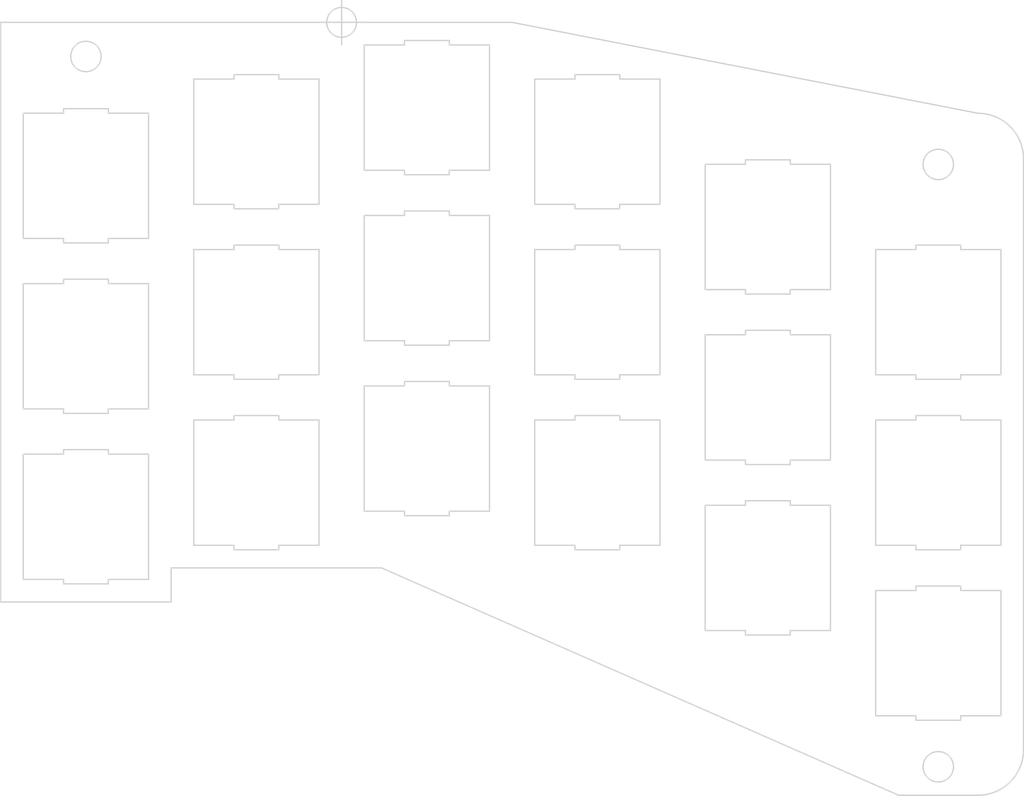
<source format=kicad_pcb>
(kicad_pcb (version 20171130) (host pcbnew 5.0.2-bee76a0~70~ubuntu18.04.1)

  (general
    (thickness 1.6)
    (drawings 18)
    (tracks 0)
    (zones 0)
    (modules 18)
    (nets 1)
  )

  (page A4)
  (layers
    (0 F.Cu signal)
    (31 B.Cu signal)
    (32 B.Adhes user)
    (33 F.Adhes user)
    (34 B.Paste user)
    (35 F.Paste user)
    (36 B.SilkS user)
    (37 F.SilkS user)
    (38 B.Mask user)
    (39 F.Mask user hide)
    (40 Dwgs.User user hide)
    (41 Cmts.User user)
    (42 Eco1.User user)
    (43 Eco2.User user)
    (44 Edge.Cuts user)
    (45 Margin user)
    (46 B.CrtYd user)
    (47 F.CrtYd user)
    (48 B.Fab user)
    (49 F.Fab user)
  )

  (setup
    (last_trace_width 0.25)
    (trace_clearance 0.2)
    (zone_clearance 0.508)
    (zone_45_only no)
    (trace_min 0.2)
    (segment_width 0.2)
    (edge_width 0.15)
    (via_size 0.8)
    (via_drill 0.4)
    (via_min_size 0.4)
    (via_min_drill 0.3)
    (uvia_size 0.3)
    (uvia_drill 0.1)
    (uvias_allowed no)
    (uvia_min_size 0.2)
    (uvia_min_drill 0.1)
    (pcb_text_width 0.3)
    (pcb_text_size 1.5 1.5)
    (mod_edge_width 0.15)
    (mod_text_size 1 1)
    (mod_text_width 0.15)
    (pad_size 3.5 3.5)
    (pad_drill 3.4)
    (pad_to_mask_clearance 0.051)
    (solder_mask_min_width 0.25)
    (aux_axis_origin 0 0)
    (grid_origin 135.255 20.955)
    (visible_elements FFFFFFFF)
    (pcbplotparams
      (layerselection 0x01088_7fffffff)
      (usegerberextensions true)
      (usegerberattributes false)
      (usegerberadvancedattributes false)
      (creategerberjobfile false)
      (excludeedgelayer true)
      (linewidth 0.100000)
      (plotframeref false)
      (viasonmask false)
      (mode 1)
      (useauxorigin false)
      (hpglpennumber 1)
      (hpglpenspeed 20)
      (hpglpendiameter 15.000000)
      (psnegative false)
      (psa4output false)
      (plotreference true)
      (plotvalue true)
      (plotinvisibletext false)
      (padsonsilk false)
      (subtractmaskfromsilk false)
      (outputformat 1)
      (mirror false)
      (drillshape 0)
      (scaleselection 1)
      (outputdirectory ""))
  )

  (net 0 "")

  (net_class Default "これはデフォルトのネット クラスです。"
    (clearance 0.2)
    (trace_width 0.25)
    (via_dia 0.8)
    (via_drill 0.4)
    (uvia_dia 0.3)
    (uvia_drill 0.1)
  )

  (net_class POWER ""
    (clearance 0.2)
    (trace_width 0.4)
    (via_dia 0.8)
    (via_drill 0.4)
    (uvia_dia 0.3)
    (uvia_drill 0.1)
  )

  (module footprints:CherryMX_edge_cut_for_mid (layer F.Cu) (tedit 5CFFDC8D) (tstamp 5CED8C90)
    (at 106.68 38.1 180)
    (path /5CED6234)
    (fp_text reference SW1 (at 7.1 8.2 180) (layer F.SilkS) hide
      (effects (font (size 1 1) (thickness 0.15)))
    )
    (fp_text value SW_PUSH (at -4.8 8.3 180) (layer F.Fab) hide
      (effects (font (size 1 1) (thickness 0.15)))
    )
    (fp_line (start -2.511429 7.5) (end -2.511429 7) (layer Edge.Cuts) (width 0.15))
    (fp_line (start 6.988571 7) (end 2.488571 7) (layer Edge.Cuts) (width 0.15))
    (fp_line (start 2.5 7.5) (end 2.5 7) (layer Edge.Cuts) (width 0.15))
    (fp_line (start 2.488571 7.5) (end -2.511429 7.5) (layer Edge.Cuts) (width 0.15))
    (fp_line (start -2.511429 7) (end -7.011429 7) (layer Edge.Cuts) (width 0.15))
    (fp_line (start 2.5 -7.5) (end 2.5 -7) (layer Edge.Cuts) (width 0.15))
    (fp_line (start -2.5 -7.5) (end -2.5 -7) (layer Edge.Cuts) (width 0.15))
    (fp_line (start -2.5 -7.5) (end 2.5 -7.5) (layer Edge.Cuts) (width 0.15))
    (fp_line (start 2.5 -7) (end 7 -7) (layer Edge.Cuts) (width 0.15))
    (fp_line (start 7 -7) (end 7 7) (layer Edge.Cuts) (width 0.15))
    (fp_line (start -7 -7) (end -2.5 -7) (layer Edge.Cuts) (width 0.15))
    (fp_line (start -7 -7) (end -7 7) (layer Edge.Cuts) (width 0.15))
    (fp_line (start -9.525 9.525) (end -9.525 -9.525) (layer Dwgs.User) (width 0.15))
    (fp_line (start 9.525 9.525) (end -9.525 9.525) (layer Dwgs.User) (width 0.15))
    (fp_line (start 9.525 -9.525) (end 9.525 9.525) (layer Dwgs.User) (width 0.15))
    (fp_line (start -9.525 -9.525) (end 9.525 -9.525) (layer Dwgs.User) (width 0.15))
  )

  (module footprints:CherryMX_edge_cut_for_mid (layer F.Cu) (tedit 5CFFDC8D) (tstamp 5CED8CDD)
    (at 125.73 34.29 180)
    (path /5CED6AF0)
    (fp_text reference SW2 (at 7.1 8.2 180) (layer F.SilkS) hide
      (effects (font (size 1 1) (thickness 0.15)))
    )
    (fp_text value SW_PUSH (at -4.8 8.3 180) (layer F.Fab) hide
      (effects (font (size 1 1) (thickness 0.15)))
    )
    (fp_line (start -2.511429 7.5) (end -2.511429 7) (layer Edge.Cuts) (width 0.15))
    (fp_line (start 6.988571 7) (end 2.488571 7) (layer Edge.Cuts) (width 0.15))
    (fp_line (start 2.5 7.5) (end 2.5 7) (layer Edge.Cuts) (width 0.15))
    (fp_line (start 2.488571 7.5) (end -2.511429 7.5) (layer Edge.Cuts) (width 0.15))
    (fp_line (start -2.511429 7) (end -7.011429 7) (layer Edge.Cuts) (width 0.15))
    (fp_line (start 2.5 -7.5) (end 2.5 -7) (layer Edge.Cuts) (width 0.15))
    (fp_line (start -2.5 -7.5) (end -2.5 -7) (layer Edge.Cuts) (width 0.15))
    (fp_line (start -2.5 -7.5) (end 2.5 -7.5) (layer Edge.Cuts) (width 0.15))
    (fp_line (start 2.5 -7) (end 7 -7) (layer Edge.Cuts) (width 0.15))
    (fp_line (start 7 -7) (end 7 7) (layer Edge.Cuts) (width 0.15))
    (fp_line (start -7 -7) (end -2.5 -7) (layer Edge.Cuts) (width 0.15))
    (fp_line (start -7 -7) (end -7 7) (layer Edge.Cuts) (width 0.15))
    (fp_line (start -9.525 9.525) (end -9.525 -9.525) (layer Dwgs.User) (width 0.15))
    (fp_line (start 9.525 9.525) (end -9.525 9.525) (layer Dwgs.User) (width 0.15))
    (fp_line (start 9.525 -9.525) (end 9.525 9.525) (layer Dwgs.User) (width 0.15))
    (fp_line (start -9.525 -9.525) (end 9.525 -9.525) (layer Dwgs.User) (width 0.15))
  )

  (module footprints:CherryMX_edge_cut_for_mid (layer F.Cu) (tedit 5CFFDC8D) (tstamp 5CED8D2A)
    (at 144.78 30.48 180)
    (path /5CED70A8)
    (fp_text reference SW3 (at 7.1 8.2 180) (layer F.SilkS) hide
      (effects (font (size 1 1) (thickness 0.15)))
    )
    (fp_text value SW_PUSH (at -4.8 8.3 180) (layer F.Fab) hide
      (effects (font (size 1 1) (thickness 0.15)))
    )
    (fp_line (start -2.511429 7.5) (end -2.511429 7) (layer Edge.Cuts) (width 0.15))
    (fp_line (start 6.988571 7) (end 2.488571 7) (layer Edge.Cuts) (width 0.15))
    (fp_line (start 2.5 7.5) (end 2.5 7) (layer Edge.Cuts) (width 0.15))
    (fp_line (start 2.488571 7.5) (end -2.511429 7.5) (layer Edge.Cuts) (width 0.15))
    (fp_line (start -2.511429 7) (end -7.011429 7) (layer Edge.Cuts) (width 0.15))
    (fp_line (start 2.5 -7.5) (end 2.5 -7) (layer Edge.Cuts) (width 0.15))
    (fp_line (start -2.5 -7.5) (end -2.5 -7) (layer Edge.Cuts) (width 0.15))
    (fp_line (start -2.5 -7.5) (end 2.5 -7.5) (layer Edge.Cuts) (width 0.15))
    (fp_line (start 2.5 -7) (end 7 -7) (layer Edge.Cuts) (width 0.15))
    (fp_line (start 7 -7) (end 7 7) (layer Edge.Cuts) (width 0.15))
    (fp_line (start -7 -7) (end -2.5 -7) (layer Edge.Cuts) (width 0.15))
    (fp_line (start -7 -7) (end -7 7) (layer Edge.Cuts) (width 0.15))
    (fp_line (start -9.525 9.525) (end -9.525 -9.525) (layer Dwgs.User) (width 0.15))
    (fp_line (start 9.525 9.525) (end -9.525 9.525) (layer Dwgs.User) (width 0.15))
    (fp_line (start 9.525 -9.525) (end 9.525 9.525) (layer Dwgs.User) (width 0.15))
    (fp_line (start -9.525 -9.525) (end 9.525 -9.525) (layer Dwgs.User) (width 0.15))
  )

  (module footprints:CherryMX_edge_cut_for_mid (layer F.Cu) (tedit 5CFFDC8D) (tstamp 5CED8D77)
    (at 163.83 34.29 180)
    (path /5CED7BC6)
    (fp_text reference SW4 (at 7.1 8.2 180) (layer F.SilkS) hide
      (effects (font (size 1 1) (thickness 0.15)))
    )
    (fp_text value SW_PUSH (at -4.8 8.3 180) (layer F.Fab) hide
      (effects (font (size 1 1) (thickness 0.15)))
    )
    (fp_line (start -2.511429 7.5) (end -2.511429 7) (layer Edge.Cuts) (width 0.15))
    (fp_line (start 6.988571 7) (end 2.488571 7) (layer Edge.Cuts) (width 0.15))
    (fp_line (start 2.5 7.5) (end 2.5 7) (layer Edge.Cuts) (width 0.15))
    (fp_line (start 2.488571 7.5) (end -2.511429 7.5) (layer Edge.Cuts) (width 0.15))
    (fp_line (start -2.511429 7) (end -7.011429 7) (layer Edge.Cuts) (width 0.15))
    (fp_line (start 2.5 -7.5) (end 2.5 -7) (layer Edge.Cuts) (width 0.15))
    (fp_line (start -2.5 -7.5) (end -2.5 -7) (layer Edge.Cuts) (width 0.15))
    (fp_line (start -2.5 -7.5) (end 2.5 -7.5) (layer Edge.Cuts) (width 0.15))
    (fp_line (start 2.5 -7) (end 7 -7) (layer Edge.Cuts) (width 0.15))
    (fp_line (start 7 -7) (end 7 7) (layer Edge.Cuts) (width 0.15))
    (fp_line (start -7 -7) (end -2.5 -7) (layer Edge.Cuts) (width 0.15))
    (fp_line (start -7 -7) (end -7 7) (layer Edge.Cuts) (width 0.15))
    (fp_line (start -9.525 9.525) (end -9.525 -9.525) (layer Dwgs.User) (width 0.15))
    (fp_line (start 9.525 9.525) (end -9.525 9.525) (layer Dwgs.User) (width 0.15))
    (fp_line (start 9.525 -9.525) (end 9.525 9.525) (layer Dwgs.User) (width 0.15))
    (fp_line (start -9.525 -9.525) (end 9.525 -9.525) (layer Dwgs.User) (width 0.15))
  )

  (module footprints:CherryMX_edge_cut_for_mid (layer F.Cu) (tedit 5CFFDC8D) (tstamp 5CED8DC4)
    (at 182.88 43.815 180)
    (path /5CED7BFE)
    (fp_text reference SW5 (at 7.1 8.2 180) (layer F.SilkS) hide
      (effects (font (size 1 1) (thickness 0.15)))
    )
    (fp_text value SW_PUSH (at -4.8 8.3 180) (layer F.Fab) hide
      (effects (font (size 1 1) (thickness 0.15)))
    )
    (fp_line (start -2.511429 7.5) (end -2.511429 7) (layer Edge.Cuts) (width 0.15))
    (fp_line (start 6.988571 7) (end 2.488571 7) (layer Edge.Cuts) (width 0.15))
    (fp_line (start 2.5 7.5) (end 2.5 7) (layer Edge.Cuts) (width 0.15))
    (fp_line (start 2.488571 7.5) (end -2.511429 7.5) (layer Edge.Cuts) (width 0.15))
    (fp_line (start -2.511429 7) (end -7.011429 7) (layer Edge.Cuts) (width 0.15))
    (fp_line (start 2.5 -7.5) (end 2.5 -7) (layer Edge.Cuts) (width 0.15))
    (fp_line (start -2.5 -7.5) (end -2.5 -7) (layer Edge.Cuts) (width 0.15))
    (fp_line (start -2.5 -7.5) (end 2.5 -7.5) (layer Edge.Cuts) (width 0.15))
    (fp_line (start 2.5 -7) (end 7 -7) (layer Edge.Cuts) (width 0.15))
    (fp_line (start 7 -7) (end 7 7) (layer Edge.Cuts) (width 0.15))
    (fp_line (start -7 -7) (end -2.5 -7) (layer Edge.Cuts) (width 0.15))
    (fp_line (start -7 -7) (end -7 7) (layer Edge.Cuts) (width 0.15))
    (fp_line (start -9.525 9.525) (end -9.525 -9.525) (layer Dwgs.User) (width 0.15))
    (fp_line (start 9.525 9.525) (end -9.525 9.525) (layer Dwgs.User) (width 0.15))
    (fp_line (start 9.525 -9.525) (end 9.525 9.525) (layer Dwgs.User) (width 0.15))
    (fp_line (start -9.525 -9.525) (end 9.525 -9.525) (layer Dwgs.User) (width 0.15))
  )

  (module footprints:CherryMX_edge_cut_for_mid (layer F.Cu) (tedit 5CFFDC8D) (tstamp 5CED8E11)
    (at 201.93 53.34 180)
    (path /5CED7C36)
    (fp_text reference SW6 (at 7.1 8.2 180) (layer F.SilkS) hide
      (effects (font (size 1 1) (thickness 0.15)))
    )
    (fp_text value SW_PUSH (at -4.8 8.3 180) (layer F.Fab) hide
      (effects (font (size 1 1) (thickness 0.15)))
    )
    (fp_line (start -2.511429 7.5) (end -2.511429 7) (layer Edge.Cuts) (width 0.15))
    (fp_line (start 6.988571 7) (end 2.488571 7) (layer Edge.Cuts) (width 0.15))
    (fp_line (start 2.5 7.5) (end 2.5 7) (layer Edge.Cuts) (width 0.15))
    (fp_line (start 2.488571 7.5) (end -2.511429 7.5) (layer Edge.Cuts) (width 0.15))
    (fp_line (start -2.511429 7) (end -7.011429 7) (layer Edge.Cuts) (width 0.15))
    (fp_line (start 2.5 -7.5) (end 2.5 -7) (layer Edge.Cuts) (width 0.15))
    (fp_line (start -2.5 -7.5) (end -2.5 -7) (layer Edge.Cuts) (width 0.15))
    (fp_line (start -2.5 -7.5) (end 2.5 -7.5) (layer Edge.Cuts) (width 0.15))
    (fp_line (start 2.5 -7) (end 7 -7) (layer Edge.Cuts) (width 0.15))
    (fp_line (start 7 -7) (end 7 7) (layer Edge.Cuts) (width 0.15))
    (fp_line (start -7 -7) (end -2.5 -7) (layer Edge.Cuts) (width 0.15))
    (fp_line (start -7 -7) (end -7 7) (layer Edge.Cuts) (width 0.15))
    (fp_line (start -9.525 9.525) (end -9.525 -9.525) (layer Dwgs.User) (width 0.15))
    (fp_line (start 9.525 9.525) (end -9.525 9.525) (layer Dwgs.User) (width 0.15))
    (fp_line (start 9.525 -9.525) (end 9.525 9.525) (layer Dwgs.User) (width 0.15))
    (fp_line (start -9.525 -9.525) (end 9.525 -9.525) (layer Dwgs.User) (width 0.15))
  )

  (module footprints:CherryMX_edge_cut_for_mid (layer F.Cu) (tedit 5CFFDC8D) (tstamp 5CED8E5E)
    (at 106.68 57.15 180)
    (path /5CED63E7)
    (fp_text reference SW7 (at 7.1 8.2 180) (layer F.SilkS) hide
      (effects (font (size 1 1) (thickness 0.15)))
    )
    (fp_text value SW_PUSH (at -4.8 8.3 180) (layer F.Fab) hide
      (effects (font (size 1 1) (thickness 0.15)))
    )
    (fp_line (start -2.511429 7.5) (end -2.511429 7) (layer Edge.Cuts) (width 0.15))
    (fp_line (start 6.988571 7) (end 2.488571 7) (layer Edge.Cuts) (width 0.15))
    (fp_line (start 2.5 7.5) (end 2.5 7) (layer Edge.Cuts) (width 0.15))
    (fp_line (start 2.488571 7.5) (end -2.511429 7.5) (layer Edge.Cuts) (width 0.15))
    (fp_line (start -2.511429 7) (end -7.011429 7) (layer Edge.Cuts) (width 0.15))
    (fp_line (start 2.5 -7.5) (end 2.5 -7) (layer Edge.Cuts) (width 0.15))
    (fp_line (start -2.5 -7.5) (end -2.5 -7) (layer Edge.Cuts) (width 0.15))
    (fp_line (start -2.5 -7.5) (end 2.5 -7.5) (layer Edge.Cuts) (width 0.15))
    (fp_line (start 2.5 -7) (end 7 -7) (layer Edge.Cuts) (width 0.15))
    (fp_line (start 7 -7) (end 7 7) (layer Edge.Cuts) (width 0.15))
    (fp_line (start -7 -7) (end -2.5 -7) (layer Edge.Cuts) (width 0.15))
    (fp_line (start -7 -7) (end -7 7) (layer Edge.Cuts) (width 0.15))
    (fp_line (start -9.525 9.525) (end -9.525 -9.525) (layer Dwgs.User) (width 0.15))
    (fp_line (start 9.525 9.525) (end -9.525 9.525) (layer Dwgs.User) (width 0.15))
    (fp_line (start 9.525 -9.525) (end 9.525 9.525) (layer Dwgs.User) (width 0.15))
    (fp_line (start -9.525 -9.525) (end 9.525 -9.525) (layer Dwgs.User) (width 0.15))
  )

  (module footprints:CherryMX_edge_cut_for_mid (layer F.Cu) (tedit 5CFFDC8D) (tstamp 5CED8EAB)
    (at 125.73 53.34 180)
    (path /5CED6AFE)
    (fp_text reference SW8 (at 7.1 8.2 180) (layer F.SilkS) hide
      (effects (font (size 1 1) (thickness 0.15)))
    )
    (fp_text value SW_PUSH (at -4.8 8.3 180) (layer F.Fab) hide
      (effects (font (size 1 1) (thickness 0.15)))
    )
    (fp_line (start -2.511429 7.5) (end -2.511429 7) (layer Edge.Cuts) (width 0.15))
    (fp_line (start 6.988571 7) (end 2.488571 7) (layer Edge.Cuts) (width 0.15))
    (fp_line (start 2.5 7.5) (end 2.5 7) (layer Edge.Cuts) (width 0.15))
    (fp_line (start 2.488571 7.5) (end -2.511429 7.5) (layer Edge.Cuts) (width 0.15))
    (fp_line (start -2.511429 7) (end -7.011429 7) (layer Edge.Cuts) (width 0.15))
    (fp_line (start 2.5 -7.5) (end 2.5 -7) (layer Edge.Cuts) (width 0.15))
    (fp_line (start -2.5 -7.5) (end -2.5 -7) (layer Edge.Cuts) (width 0.15))
    (fp_line (start -2.5 -7.5) (end 2.5 -7.5) (layer Edge.Cuts) (width 0.15))
    (fp_line (start 2.5 -7) (end 7 -7) (layer Edge.Cuts) (width 0.15))
    (fp_line (start 7 -7) (end 7 7) (layer Edge.Cuts) (width 0.15))
    (fp_line (start -7 -7) (end -2.5 -7) (layer Edge.Cuts) (width 0.15))
    (fp_line (start -7 -7) (end -7 7) (layer Edge.Cuts) (width 0.15))
    (fp_line (start -9.525 9.525) (end -9.525 -9.525) (layer Dwgs.User) (width 0.15))
    (fp_line (start 9.525 9.525) (end -9.525 9.525) (layer Dwgs.User) (width 0.15))
    (fp_line (start 9.525 -9.525) (end 9.525 9.525) (layer Dwgs.User) (width 0.15))
    (fp_line (start -9.525 -9.525) (end 9.525 -9.525) (layer Dwgs.User) (width 0.15))
  )

  (module footprints:CherryMX_edge_cut_for_mid (layer F.Cu) (tedit 5CFFDC8D) (tstamp 5CED8EF8)
    (at 144.78 49.53 180)
    (path /5CED70B6)
    (fp_text reference SW9 (at 7.1 8.2 180) (layer F.SilkS) hide
      (effects (font (size 1 1) (thickness 0.15)))
    )
    (fp_text value SW_PUSH (at -4.8 8.3 180) (layer F.Fab) hide
      (effects (font (size 1 1) (thickness 0.15)))
    )
    (fp_line (start -2.511429 7.5) (end -2.511429 7) (layer Edge.Cuts) (width 0.15))
    (fp_line (start 6.988571 7) (end 2.488571 7) (layer Edge.Cuts) (width 0.15))
    (fp_line (start 2.5 7.5) (end 2.5 7) (layer Edge.Cuts) (width 0.15))
    (fp_line (start 2.488571 7.5) (end -2.511429 7.5) (layer Edge.Cuts) (width 0.15))
    (fp_line (start -2.511429 7) (end -7.011429 7) (layer Edge.Cuts) (width 0.15))
    (fp_line (start 2.5 -7.5) (end 2.5 -7) (layer Edge.Cuts) (width 0.15))
    (fp_line (start -2.5 -7.5) (end -2.5 -7) (layer Edge.Cuts) (width 0.15))
    (fp_line (start -2.5 -7.5) (end 2.5 -7.5) (layer Edge.Cuts) (width 0.15))
    (fp_line (start 2.5 -7) (end 7 -7) (layer Edge.Cuts) (width 0.15))
    (fp_line (start 7 -7) (end 7 7) (layer Edge.Cuts) (width 0.15))
    (fp_line (start -7 -7) (end -2.5 -7) (layer Edge.Cuts) (width 0.15))
    (fp_line (start -7 -7) (end -7 7) (layer Edge.Cuts) (width 0.15))
    (fp_line (start -9.525 9.525) (end -9.525 -9.525) (layer Dwgs.User) (width 0.15))
    (fp_line (start 9.525 9.525) (end -9.525 9.525) (layer Dwgs.User) (width 0.15))
    (fp_line (start 9.525 -9.525) (end 9.525 9.525) (layer Dwgs.User) (width 0.15))
    (fp_line (start -9.525 -9.525) (end 9.525 -9.525) (layer Dwgs.User) (width 0.15))
  )

  (module footprints:CherryMX_edge_cut_for_mid (layer F.Cu) (tedit 5CFFDC8D) (tstamp 5CED8F45)
    (at 163.83 53.34 180)
    (path /5CED7BD4)
    (fp_text reference SW10 (at 7.1 8.2 180) (layer F.SilkS) hide
      (effects (font (size 1 1) (thickness 0.15)))
    )
    (fp_text value SW_PUSH (at -4.8 8.3 180) (layer F.Fab) hide
      (effects (font (size 1 1) (thickness 0.15)))
    )
    (fp_line (start -2.511429 7.5) (end -2.511429 7) (layer Edge.Cuts) (width 0.15))
    (fp_line (start 6.988571 7) (end 2.488571 7) (layer Edge.Cuts) (width 0.15))
    (fp_line (start 2.5 7.5) (end 2.5 7) (layer Edge.Cuts) (width 0.15))
    (fp_line (start 2.488571 7.5) (end -2.511429 7.5) (layer Edge.Cuts) (width 0.15))
    (fp_line (start -2.511429 7) (end -7.011429 7) (layer Edge.Cuts) (width 0.15))
    (fp_line (start 2.5 -7.5) (end 2.5 -7) (layer Edge.Cuts) (width 0.15))
    (fp_line (start -2.5 -7.5) (end -2.5 -7) (layer Edge.Cuts) (width 0.15))
    (fp_line (start -2.5 -7.5) (end 2.5 -7.5) (layer Edge.Cuts) (width 0.15))
    (fp_line (start 2.5 -7) (end 7 -7) (layer Edge.Cuts) (width 0.15))
    (fp_line (start 7 -7) (end 7 7) (layer Edge.Cuts) (width 0.15))
    (fp_line (start -7 -7) (end -2.5 -7) (layer Edge.Cuts) (width 0.15))
    (fp_line (start -7 -7) (end -7 7) (layer Edge.Cuts) (width 0.15))
    (fp_line (start -9.525 9.525) (end -9.525 -9.525) (layer Dwgs.User) (width 0.15))
    (fp_line (start 9.525 9.525) (end -9.525 9.525) (layer Dwgs.User) (width 0.15))
    (fp_line (start 9.525 -9.525) (end 9.525 9.525) (layer Dwgs.User) (width 0.15))
    (fp_line (start -9.525 -9.525) (end 9.525 -9.525) (layer Dwgs.User) (width 0.15))
  )

  (module footprints:CherryMX_edge_cut_for_mid (layer F.Cu) (tedit 5CFFDC8D) (tstamp 5CED8F92)
    (at 182.88 62.865 180)
    (path /5CED7C0C)
    (fp_text reference SW11 (at 7.1 8.2 180) (layer F.SilkS) hide
      (effects (font (size 1 1) (thickness 0.15)))
    )
    (fp_text value SW_PUSH (at -4.8 8.3 180) (layer F.Fab) hide
      (effects (font (size 1 1) (thickness 0.15)))
    )
    (fp_line (start -2.511429 7.5) (end -2.511429 7) (layer Edge.Cuts) (width 0.15))
    (fp_line (start 6.988571 7) (end 2.488571 7) (layer Edge.Cuts) (width 0.15))
    (fp_line (start 2.5 7.5) (end 2.5 7) (layer Edge.Cuts) (width 0.15))
    (fp_line (start 2.488571 7.5) (end -2.511429 7.5) (layer Edge.Cuts) (width 0.15))
    (fp_line (start -2.511429 7) (end -7.011429 7) (layer Edge.Cuts) (width 0.15))
    (fp_line (start 2.5 -7.5) (end 2.5 -7) (layer Edge.Cuts) (width 0.15))
    (fp_line (start -2.5 -7.5) (end -2.5 -7) (layer Edge.Cuts) (width 0.15))
    (fp_line (start -2.5 -7.5) (end 2.5 -7.5) (layer Edge.Cuts) (width 0.15))
    (fp_line (start 2.5 -7) (end 7 -7) (layer Edge.Cuts) (width 0.15))
    (fp_line (start 7 -7) (end 7 7) (layer Edge.Cuts) (width 0.15))
    (fp_line (start -7 -7) (end -2.5 -7) (layer Edge.Cuts) (width 0.15))
    (fp_line (start -7 -7) (end -7 7) (layer Edge.Cuts) (width 0.15))
    (fp_line (start -9.525 9.525) (end -9.525 -9.525) (layer Dwgs.User) (width 0.15))
    (fp_line (start 9.525 9.525) (end -9.525 9.525) (layer Dwgs.User) (width 0.15))
    (fp_line (start 9.525 -9.525) (end 9.525 9.525) (layer Dwgs.User) (width 0.15))
    (fp_line (start -9.525 -9.525) (end 9.525 -9.525) (layer Dwgs.User) (width 0.15))
  )

  (module footprints:CherryMX_edge_cut_for_mid (layer F.Cu) (tedit 5CFFDC8D) (tstamp 5CED8FDF)
    (at 201.93 72.39 180)
    (path /5CED7C44)
    (fp_text reference SW12 (at 7.1 8.2 180) (layer F.SilkS) hide
      (effects (font (size 1 1) (thickness 0.15)))
    )
    (fp_text value SW_PUSH (at -4.8 8.3 180) (layer F.Fab) hide
      (effects (font (size 1 1) (thickness 0.15)))
    )
    (fp_line (start -2.511429 7.5) (end -2.511429 7) (layer Edge.Cuts) (width 0.15))
    (fp_line (start 6.988571 7) (end 2.488571 7) (layer Edge.Cuts) (width 0.15))
    (fp_line (start 2.5 7.5) (end 2.5 7) (layer Edge.Cuts) (width 0.15))
    (fp_line (start 2.488571 7.5) (end -2.511429 7.5) (layer Edge.Cuts) (width 0.15))
    (fp_line (start -2.511429 7) (end -7.011429 7) (layer Edge.Cuts) (width 0.15))
    (fp_line (start 2.5 -7.5) (end 2.5 -7) (layer Edge.Cuts) (width 0.15))
    (fp_line (start -2.5 -7.5) (end -2.5 -7) (layer Edge.Cuts) (width 0.15))
    (fp_line (start -2.5 -7.5) (end 2.5 -7.5) (layer Edge.Cuts) (width 0.15))
    (fp_line (start 2.5 -7) (end 7 -7) (layer Edge.Cuts) (width 0.15))
    (fp_line (start 7 -7) (end 7 7) (layer Edge.Cuts) (width 0.15))
    (fp_line (start -7 -7) (end -2.5 -7) (layer Edge.Cuts) (width 0.15))
    (fp_line (start -7 -7) (end -7 7) (layer Edge.Cuts) (width 0.15))
    (fp_line (start -9.525 9.525) (end -9.525 -9.525) (layer Dwgs.User) (width 0.15))
    (fp_line (start 9.525 9.525) (end -9.525 9.525) (layer Dwgs.User) (width 0.15))
    (fp_line (start 9.525 -9.525) (end 9.525 9.525) (layer Dwgs.User) (width 0.15))
    (fp_line (start -9.525 -9.525) (end 9.525 -9.525) (layer Dwgs.User) (width 0.15))
  )

  (module footprints:CherryMX_edge_cut_for_mid (layer F.Cu) (tedit 5CFFDC8D) (tstamp 5CED9079)
    (at 125.73 72.39 180)
    (path /5CED6B0C)
    (fp_text reference SW14 (at 7.1 8.2 180) (layer F.SilkS) hide
      (effects (font (size 1 1) (thickness 0.15)))
    )
    (fp_text value SW_PUSH (at -4.8 8.3 180) (layer F.Fab) hide
      (effects (font (size 1 1) (thickness 0.15)))
    )
    (fp_line (start -2.511429 7.5) (end -2.511429 7) (layer Edge.Cuts) (width 0.15))
    (fp_line (start 6.988571 7) (end 2.488571 7) (layer Edge.Cuts) (width 0.15))
    (fp_line (start 2.5 7.5) (end 2.5 7) (layer Edge.Cuts) (width 0.15))
    (fp_line (start 2.488571 7.5) (end -2.511429 7.5) (layer Edge.Cuts) (width 0.15))
    (fp_line (start -2.511429 7) (end -7.011429 7) (layer Edge.Cuts) (width 0.15))
    (fp_line (start 2.5 -7.5) (end 2.5 -7) (layer Edge.Cuts) (width 0.15))
    (fp_line (start -2.5 -7.5) (end -2.5 -7) (layer Edge.Cuts) (width 0.15))
    (fp_line (start -2.5 -7.5) (end 2.5 -7.5) (layer Edge.Cuts) (width 0.15))
    (fp_line (start 2.5 -7) (end 7 -7) (layer Edge.Cuts) (width 0.15))
    (fp_line (start 7 -7) (end 7 7) (layer Edge.Cuts) (width 0.15))
    (fp_line (start -7 -7) (end -2.5 -7) (layer Edge.Cuts) (width 0.15))
    (fp_line (start -7 -7) (end -7 7) (layer Edge.Cuts) (width 0.15))
    (fp_line (start -9.525 9.525) (end -9.525 -9.525) (layer Dwgs.User) (width 0.15))
    (fp_line (start 9.525 9.525) (end -9.525 9.525) (layer Dwgs.User) (width 0.15))
    (fp_line (start 9.525 -9.525) (end 9.525 9.525) (layer Dwgs.User) (width 0.15))
    (fp_line (start -9.525 -9.525) (end 9.525 -9.525) (layer Dwgs.User) (width 0.15))
  )

  (module footprints:CherryMX_edge_cut_for_mid (layer F.Cu) (tedit 5CFFDC8D) (tstamp 5CED90C6)
    (at 144.78 68.58 180)
    (path /5CED70C4)
    (fp_text reference SW15 (at 7.1 8.2 180) (layer F.SilkS) hide
      (effects (font (size 1 1) (thickness 0.15)))
    )
    (fp_text value SW_PUSH (at -4.8 8.3 180) (layer F.Fab) hide
      (effects (font (size 1 1) (thickness 0.15)))
    )
    (fp_line (start -2.511429 7.5) (end -2.511429 7) (layer Edge.Cuts) (width 0.15))
    (fp_line (start 6.988571 7) (end 2.488571 7) (layer Edge.Cuts) (width 0.15))
    (fp_line (start 2.5 7.5) (end 2.5 7) (layer Edge.Cuts) (width 0.15))
    (fp_line (start 2.488571 7.5) (end -2.511429 7.5) (layer Edge.Cuts) (width 0.15))
    (fp_line (start -2.511429 7) (end -7.011429 7) (layer Edge.Cuts) (width 0.15))
    (fp_line (start 2.5 -7.5) (end 2.5 -7) (layer Edge.Cuts) (width 0.15))
    (fp_line (start -2.5 -7.5) (end -2.5 -7) (layer Edge.Cuts) (width 0.15))
    (fp_line (start -2.5 -7.5) (end 2.5 -7.5) (layer Edge.Cuts) (width 0.15))
    (fp_line (start 2.5 -7) (end 7 -7) (layer Edge.Cuts) (width 0.15))
    (fp_line (start 7 -7) (end 7 7) (layer Edge.Cuts) (width 0.15))
    (fp_line (start -7 -7) (end -2.5 -7) (layer Edge.Cuts) (width 0.15))
    (fp_line (start -7 -7) (end -7 7) (layer Edge.Cuts) (width 0.15))
    (fp_line (start -9.525 9.525) (end -9.525 -9.525) (layer Dwgs.User) (width 0.15))
    (fp_line (start 9.525 9.525) (end -9.525 9.525) (layer Dwgs.User) (width 0.15))
    (fp_line (start 9.525 -9.525) (end 9.525 9.525) (layer Dwgs.User) (width 0.15))
    (fp_line (start -9.525 -9.525) (end 9.525 -9.525) (layer Dwgs.User) (width 0.15))
  )

  (module footprints:CherryMX_edge_cut_for_mid (layer F.Cu) (tedit 5CFFDC8D) (tstamp 5CED9113)
    (at 163.83 72.39 180)
    (path /5CED7BE2)
    (fp_text reference SW16 (at 7.1 8.2 180) (layer F.SilkS) hide
      (effects (font (size 1 1) (thickness 0.15)))
    )
    (fp_text value SW_PUSH (at -4.8 8.3 180) (layer F.Fab) hide
      (effects (font (size 1 1) (thickness 0.15)))
    )
    (fp_line (start -2.511429 7.5) (end -2.511429 7) (layer Edge.Cuts) (width 0.15))
    (fp_line (start 6.988571 7) (end 2.488571 7) (layer Edge.Cuts) (width 0.15))
    (fp_line (start 2.5 7.5) (end 2.5 7) (layer Edge.Cuts) (width 0.15))
    (fp_line (start 2.488571 7.5) (end -2.511429 7.5) (layer Edge.Cuts) (width 0.15))
    (fp_line (start -2.511429 7) (end -7.011429 7) (layer Edge.Cuts) (width 0.15))
    (fp_line (start 2.5 -7.5) (end 2.5 -7) (layer Edge.Cuts) (width 0.15))
    (fp_line (start -2.5 -7.5) (end -2.5 -7) (layer Edge.Cuts) (width 0.15))
    (fp_line (start -2.5 -7.5) (end 2.5 -7.5) (layer Edge.Cuts) (width 0.15))
    (fp_line (start 2.5 -7) (end 7 -7) (layer Edge.Cuts) (width 0.15))
    (fp_line (start 7 -7) (end 7 7) (layer Edge.Cuts) (width 0.15))
    (fp_line (start -7 -7) (end -2.5 -7) (layer Edge.Cuts) (width 0.15))
    (fp_line (start -7 -7) (end -7 7) (layer Edge.Cuts) (width 0.15))
    (fp_line (start -9.525 9.525) (end -9.525 -9.525) (layer Dwgs.User) (width 0.15))
    (fp_line (start 9.525 9.525) (end -9.525 9.525) (layer Dwgs.User) (width 0.15))
    (fp_line (start 9.525 -9.525) (end 9.525 9.525) (layer Dwgs.User) (width 0.15))
    (fp_line (start -9.525 -9.525) (end 9.525 -9.525) (layer Dwgs.User) (width 0.15))
  )

  (module footprints:CherryMX_edge_cut_for_mid (layer F.Cu) (tedit 5CFFDC8D) (tstamp 5CED9160)
    (at 182.88 81.915 180)
    (path /5CED7C1A)
    (fp_text reference SW17 (at 7.1 8.2 180) (layer F.SilkS) hide
      (effects (font (size 1 1) (thickness 0.15)))
    )
    (fp_text value SW_PUSH (at -4.8 8.3 180) (layer F.Fab) hide
      (effects (font (size 1 1) (thickness 0.15)))
    )
    (fp_line (start -2.511429 7.5) (end -2.511429 7) (layer Edge.Cuts) (width 0.15))
    (fp_line (start 6.988571 7) (end 2.488571 7) (layer Edge.Cuts) (width 0.15))
    (fp_line (start 2.5 7.5) (end 2.5 7) (layer Edge.Cuts) (width 0.15))
    (fp_line (start 2.488571 7.5) (end -2.511429 7.5) (layer Edge.Cuts) (width 0.15))
    (fp_line (start -2.511429 7) (end -7.011429 7) (layer Edge.Cuts) (width 0.15))
    (fp_line (start 2.5 -7.5) (end 2.5 -7) (layer Edge.Cuts) (width 0.15))
    (fp_line (start -2.5 -7.5) (end -2.5 -7) (layer Edge.Cuts) (width 0.15))
    (fp_line (start -2.5 -7.5) (end 2.5 -7.5) (layer Edge.Cuts) (width 0.15))
    (fp_line (start 2.5 -7) (end 7 -7) (layer Edge.Cuts) (width 0.15))
    (fp_line (start 7 -7) (end 7 7) (layer Edge.Cuts) (width 0.15))
    (fp_line (start -7 -7) (end -2.5 -7) (layer Edge.Cuts) (width 0.15))
    (fp_line (start -7 -7) (end -7 7) (layer Edge.Cuts) (width 0.15))
    (fp_line (start -9.525 9.525) (end -9.525 -9.525) (layer Dwgs.User) (width 0.15))
    (fp_line (start 9.525 9.525) (end -9.525 9.525) (layer Dwgs.User) (width 0.15))
    (fp_line (start 9.525 -9.525) (end 9.525 9.525) (layer Dwgs.User) (width 0.15))
    (fp_line (start -9.525 -9.525) (end 9.525 -9.525) (layer Dwgs.User) (width 0.15))
  )

  (module footprints:CherryMX_edge_cut_for_mid (layer F.Cu) (tedit 5CFFDC8D) (tstamp 5CED91AD)
    (at 201.93 91.44 180)
    (path /5CED7C52)
    (fp_text reference SW18 (at 7.1 8.2 180) (layer F.SilkS) hide
      (effects (font (size 1 1) (thickness 0.15)))
    )
    (fp_text value SW_PUSH (at -4.8 8.3 180) (layer F.Fab) hide
      (effects (font (size 1 1) (thickness 0.15)))
    )
    (fp_line (start -2.511429 7.5) (end -2.511429 7) (layer Edge.Cuts) (width 0.15))
    (fp_line (start 6.988571 7) (end 2.488571 7) (layer Edge.Cuts) (width 0.15))
    (fp_line (start 2.5 7.5) (end 2.5 7) (layer Edge.Cuts) (width 0.15))
    (fp_line (start 2.488571 7.5) (end -2.511429 7.5) (layer Edge.Cuts) (width 0.15))
    (fp_line (start -2.511429 7) (end -7.011429 7) (layer Edge.Cuts) (width 0.15))
    (fp_line (start 2.5 -7.5) (end 2.5 -7) (layer Edge.Cuts) (width 0.15))
    (fp_line (start -2.5 -7.5) (end -2.5 -7) (layer Edge.Cuts) (width 0.15))
    (fp_line (start -2.5 -7.5) (end 2.5 -7.5) (layer Edge.Cuts) (width 0.15))
    (fp_line (start 2.5 -7) (end 7 -7) (layer Edge.Cuts) (width 0.15))
    (fp_line (start 7 -7) (end 7 7) (layer Edge.Cuts) (width 0.15))
    (fp_line (start -7 -7) (end -2.5 -7) (layer Edge.Cuts) (width 0.15))
    (fp_line (start -7 -7) (end -7 7) (layer Edge.Cuts) (width 0.15))
    (fp_line (start -9.525 9.525) (end -9.525 -9.525) (layer Dwgs.User) (width 0.15))
    (fp_line (start 9.525 9.525) (end -9.525 9.525) (layer Dwgs.User) (width 0.15))
    (fp_line (start 9.525 -9.525) (end 9.525 9.525) (layer Dwgs.User) (width 0.15))
    (fp_line (start -9.525 -9.525) (end 9.525 -9.525) (layer Dwgs.User) (width 0.15))
  )

  (module footprints:CherryMX_edge_cut_for_mid (layer F.Cu) (tedit 5CFFDC8D) (tstamp 5CED902C)
    (at 106.68 76.2 180)
    (path /5CED6479)
    (fp_text reference SW13 (at 7.1 8.2 180) (layer F.SilkS) hide
      (effects (font (size 1 1) (thickness 0.15)))
    )
    (fp_text value SW_PUSH (at -4.8 8.3 180) (layer F.Fab) hide
      (effects (font (size 1 1) (thickness 0.15)))
    )
    (fp_line (start -2.511429 7.5) (end -2.511429 7) (layer Edge.Cuts) (width 0.15))
    (fp_line (start 6.988571 7) (end 2.488571 7) (layer Edge.Cuts) (width 0.15))
    (fp_line (start 2.5 7.5) (end 2.5 7) (layer Edge.Cuts) (width 0.15))
    (fp_line (start 2.488571 7.5) (end -2.511429 7.5) (layer Edge.Cuts) (width 0.15))
    (fp_line (start -2.511429 7) (end -7.011429 7) (layer Edge.Cuts) (width 0.15))
    (fp_line (start 2.5 -7.5) (end 2.5 -7) (layer Edge.Cuts) (width 0.15))
    (fp_line (start -2.5 -7.5) (end -2.5 -7) (layer Edge.Cuts) (width 0.15))
    (fp_line (start -2.5 -7.5) (end 2.5 -7.5) (layer Edge.Cuts) (width 0.15))
    (fp_line (start 2.5 -7) (end 7 -7) (layer Edge.Cuts) (width 0.15))
    (fp_line (start 7 -7) (end 7 7) (layer Edge.Cuts) (width 0.15))
    (fp_line (start -7 -7) (end -2.5 -7) (layer Edge.Cuts) (width 0.15))
    (fp_line (start -7 -7) (end -7 7) (layer Edge.Cuts) (width 0.15))
    (fp_line (start -9.525 9.525) (end -9.525 -9.525) (layer Dwgs.User) (width 0.15))
    (fp_line (start 9.525 9.525) (end -9.525 9.525) (layer Dwgs.User) (width 0.15))
    (fp_line (start 9.525 -9.525) (end 9.525 9.525) (layer Dwgs.User) (width 0.15))
    (fp_line (start -9.525 -9.525) (end 9.525 -9.525) (layer Dwgs.User) (width 0.15))
  )

  (gr_circle (center 201.93 104.14) (end 203.63 104.14) (layer Edge.Cuts) (width 0.15) (tstamp 5CFFFD05))
  (gr_circle (center 201.93 36.83) (end 203.63 36.83) (layer Edge.Cuts) (width 0.15) (tstamp 5CFFFD05))
  (gr_circle (center 106.68 24.765) (end 108.38 24.765) (layer Edge.Cuts) (width 0.15))
  (gr_poly (pts (xy 97.155 20.955) (xy 154.305 20.955) (xy 211.455 31.75) (xy 211.455 195.58) (xy 97.155 195.58)) (layer F.Mask) (width 0.15))
  (gr_line (start 116.205 85.725) (end 97.155 85.725) (layer Edge.Cuts) (width 0.15))
  (gr_line (start 116.205 81.915) (end 116.205 85.725) (layer Edge.Cuts) (width 0.15))
  (gr_line (start 139.7 81.915) (end 116.205 81.915) (layer Edge.Cuts) (width 0.15))
  (dimension 114.3 (width 0.3) (layer Dwgs.User)
    (gr_text "114.300 mm" (at 154.305 15.68) (layer Dwgs.User)
      (effects (font (size 1.5 1.5) (thickness 0.3)))
    )
    (feature1 (pts (xy 211.455 36.195) (xy 211.455 17.193579)))
    (feature2 (pts (xy 97.155 36.195) (xy 97.155 17.193579)))
    (crossbar (pts (xy 97.155 17.78) (xy 211.455 17.78)))
    (arrow1a (pts (xy 211.455 17.78) (xy 210.328496 18.366421)))
    (arrow1b (pts (xy 211.455 17.78) (xy 210.328496 17.193579)))
    (arrow2a (pts (xy 97.155 17.78) (xy 98.281504 18.366421)))
    (arrow2b (pts (xy 97.155 17.78) (xy 98.281504 17.193579)))
  )
  (target plus (at 135.255 20.955) (size 5) (width 0.15) (layer Edge.Cuts))
  (gr_line (start 139.7 81.915) (end 197.485 107.315) (layer Edge.Cuts) (width 0.15))
  (gr_arc (start 206.375 36.195) (end 211.455 36.195) (angle -90) (layer Edge.Cuts) (width 0.15))
  (gr_arc (start 206.375 102.235) (end 206.375 107.315) (angle -90) (layer Edge.Cuts) (width 0.15))
  (dimension 175.006 (width 0.3) (layer Dwgs.User)
    (gr_text "175.006 mm" (at 230.7 108.458 270) (layer Dwgs.User)
      (effects (font (size 1.5 1.5) (thickness 0.3)))
    )
    (feature1 (pts (xy 154.305 195.961) (xy 229.186421 195.961)))
    (feature2 (pts (xy 154.305 20.955) (xy 229.186421 20.955)))
    (crossbar (pts (xy 228.6 20.955) (xy 228.6 195.961)))
    (arrow1a (pts (xy 228.6 195.961) (xy 228.013579 194.834496)))
    (arrow1b (pts (xy 228.6 195.961) (xy 229.186421 194.834496)))
    (arrow2a (pts (xy 228.6 20.955) (xy 228.013579 22.081504)))
    (arrow2b (pts (xy 228.6 20.955) (xy 229.186421 22.081504)))
  )
  (gr_line (start 97.155 85.725) (end 97.155 20.955) (layer Edge.Cuts) (width 0.15))
  (gr_line (start 206.375 107.315) (end 197.485 107.315) (layer Edge.Cuts) (width 0.15))
  (gr_line (start 211.455 36.195) (end 211.455 102.235) (layer Edge.Cuts) (width 0.15))
  (gr_line (start 154.305 20.955) (end 206.375 31.115) (layer Edge.Cuts) (width 0.15))
  (gr_line (start 97.155 20.955) (end 154.305 20.955) (layer Edge.Cuts) (width 0.15))

)

</source>
